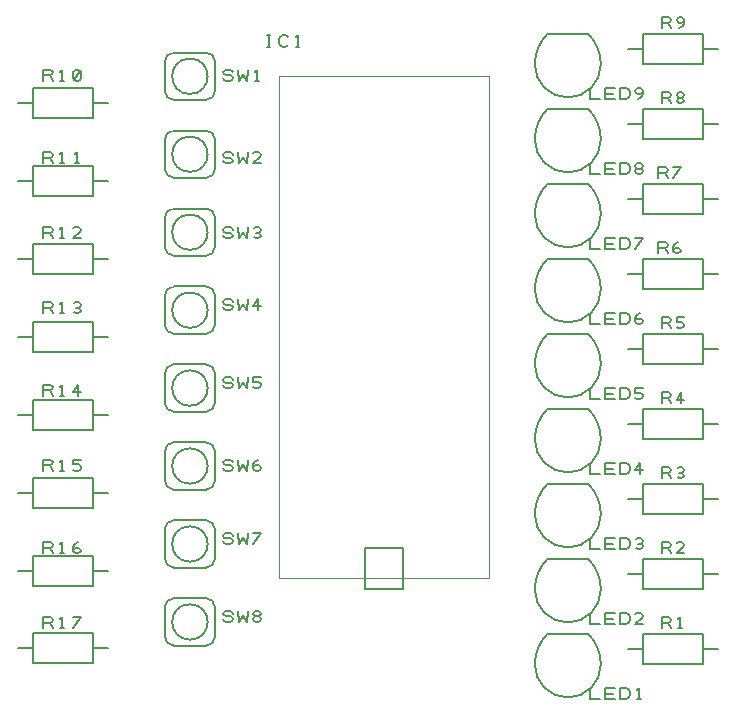
<source format=gbr>
G04 DesignSpark PCB Gerber Version 10.0 Build 5299*
G04 #@! TF.Part,Single*
G04 #@! TF.FileFunction,Legend,Top*
G04 #@! TF.FilePolarity,Positive*
%FSLAX35Y35*%
%MOIN*%
%ADD71C,0.00394*%
%ADD20C,0.00500*%
G04 #@! TD.AperFunction*
X0Y0D02*
D02*
D71*
X97962Y197450D02*
Y211200D01*
X167962D01*
Y43700D01*
X97962D01*
Y57450D01*
Y197450D02*
Y57450D01*
D02*
D20*
X11112Y20285D02*
X16112D01*
X11112Y46269D02*
X16112D01*
X11112Y72254D02*
X16112D01*
X11112Y98021D02*
X16112D01*
X11112Y124222D02*
X16112D01*
X11112Y150206D02*
X16112D01*
X11112Y176191D02*
X16112D01*
X11112Y202175D02*
X16112D01*
Y15285D02*
Y25285D01*
X36112D01*
Y15285D01*
X16112D01*
Y41269D02*
Y51269D01*
X36112D01*
Y41269D01*
X16112D01*
Y67254D02*
Y77254D01*
X36112D01*
Y67254D01*
X16112D01*
Y93021D02*
Y103021D01*
X36112D01*
Y93021D01*
X16112D01*
Y119222D02*
Y129222D01*
X36112D01*
Y119222D01*
X16112D01*
Y145206D02*
Y155206D01*
X36112D01*
Y145206D01*
X16112D01*
Y171191D02*
Y181191D01*
X36112D01*
Y171191D01*
X16112D01*
Y197175D02*
Y207175D01*
X36112D01*
Y197175D01*
X16112D01*
X19399Y26970D02*
Y30720D01*
X21587D01*
X22212Y30408D01*
X22524Y29783D01*
X22212Y29158D01*
X21587Y28846D01*
X19399D01*
X21587D02*
X22524Y26970D01*
X25024D02*
X26274D01*
X25649D02*
Y30720D01*
X25024Y30096D01*
X29399Y26970D02*
X31899Y30720D01*
X29399D01*
X19399Y51970D02*
Y55720D01*
X21587D01*
X22212Y55408D01*
X22524Y54783D01*
X22212Y54158D01*
X21587Y53846D01*
X19399D01*
X21587D02*
X22524Y51970D01*
X25024D02*
X26274D01*
X25649D02*
Y55720D01*
X25024Y55096D01*
X29399Y52908D02*
X29712Y53533D01*
X30337Y53846D01*
X30962D01*
X31587Y53533D01*
X31899Y52908D01*
X31587Y52283D01*
X30962Y51970D01*
X30337D01*
X29712Y52283D01*
X29399Y52908D01*
Y53846D01*
X29712Y54783D01*
X30337Y55408D01*
X30962Y55720D01*
X19399Y79470D02*
Y83220D01*
X21587D01*
X22212Y82908D01*
X22524Y82283D01*
X22212Y81658D01*
X21587Y81346D01*
X19399D01*
X21587D02*
X22524Y79470D01*
X25024D02*
X26274D01*
X25649D02*
Y83220D01*
X25024Y82596D01*
X29399Y79783D02*
X30024Y79470D01*
X30962D01*
X31587Y79783D01*
X31899Y80408D01*
Y80720D01*
X31587Y81346D01*
X30962Y81658D01*
X29399D01*
Y83220D01*
X31899D01*
X19399Y104470D02*
Y108220D01*
X21587D01*
X22212Y107908D01*
X22524Y107283D01*
X22212Y106658D01*
X21587Y106346D01*
X19399D01*
X21587D02*
X22524Y104470D01*
X25024D02*
X26274D01*
X25649D02*
Y108220D01*
X25024Y107596D01*
X30962Y104470D02*
Y108220D01*
X29399Y105720D01*
X31899D01*
X19399Y131970D02*
Y135720D01*
X21587D01*
X22212Y135408D01*
X22524Y134783D01*
X22212Y134158D01*
X21587Y133846D01*
X19399D01*
X21587D02*
X22524Y131970D01*
X25024D02*
X26274D01*
X25649D02*
Y135720D01*
X25024Y135096D01*
X29712Y132283D02*
X30337Y131970D01*
X30962D01*
X31587Y132283D01*
X31899Y132908D01*
X31587Y133533D01*
X30962Y133846D01*
X30337D01*
X30962D02*
X31587Y134158D01*
X31899Y134783D01*
X31587Y135408D01*
X30962Y135720D01*
X30337D01*
X29712Y135408D01*
X19399Y156970D02*
Y160720D01*
X21587D01*
X22212Y160408D01*
X22524Y159783D01*
X22212Y159158D01*
X21587Y158846D01*
X19399D01*
X21587D02*
X22524Y156970D01*
X25024D02*
X26274D01*
X25649D02*
Y160720D01*
X25024Y160096D01*
X31899Y156970D02*
X29399D01*
X31587Y159158D01*
X31899Y159783D01*
X31587Y160408D01*
X30962Y160720D01*
X30024D01*
X29399Y160408D01*
X19399Y181970D02*
Y185720D01*
X21587D01*
X22212Y185408D01*
X22524Y184783D01*
X22212Y184158D01*
X21587Y183846D01*
X19399D01*
X21587D02*
X22524Y181970D01*
X25024D02*
X26274D01*
X25649D02*
Y185720D01*
X25024Y185096D01*
X30024Y181970D02*
X31274D01*
X30649D02*
Y185720D01*
X30024Y185096D01*
X19399Y209470D02*
Y213220D01*
X21587D01*
X22212Y212908D01*
X22524Y212283D01*
X22212Y211658D01*
X21587Y211346D01*
X19399D01*
X21587D02*
X22524Y209470D01*
X25024D02*
X26274D01*
X25649D02*
Y213220D01*
X25024Y212596D01*
X29712Y209783D02*
X30337Y209470D01*
X30962D01*
X31587Y209783D01*
X31899Y210408D01*
Y212283D01*
X31587Y212908D01*
X30962Y213220D01*
X30337D01*
X29712Y212908D01*
X29399Y212283D01*
Y210408D01*
X29712Y209783D01*
X31587Y212908D01*
X36112Y20285D02*
X41112D01*
X36112Y46269D02*
X41112D01*
X36112Y72254D02*
X41112D01*
X36112Y98021D02*
X41112D01*
X36112Y124222D02*
X41112D01*
X36112Y150206D02*
X41112D01*
X36112Y176191D02*
X41112D01*
X36112Y202175D02*
X41112D01*
X62903Y21269D02*
X73730D01*
G75*
G03*
X76683Y24222I0J2953D01*
G01*
Y34065D01*
G75*
G03*
X73730Y37017I-2953J0D01*
G01*
X62903D01*
G75*
G03*
X59950Y34065I0J-2953D01*
G01*
Y24222D01*
G75*
G03*
X62903Y21269I2953J0D01*
G01*
Y47254D02*
X73730D01*
G75*
G03*
X76683Y50206I0J2953D01*
G01*
Y60049D01*
G75*
G03*
X73730Y63002I-2953J0D01*
G01*
X62903D01*
G75*
G03*
X59950Y60049I0J-2953D01*
G01*
Y50206D01*
G75*
G03*
X62903Y47254I2953J0D01*
G01*
Y73238D02*
X73730D01*
G75*
G03*
X76683Y76191I0J2953D01*
G01*
Y86033D01*
G75*
G03*
X73730Y88986I-2953J0D01*
G01*
X62903D01*
G75*
G03*
X59950Y86033I0J-2953D01*
G01*
Y76191D01*
G75*
G03*
X62903Y73238I2953J0D01*
G01*
Y99222D02*
X73730D01*
G75*
G03*
X76683Y102175I0J2953D01*
G01*
Y112017D01*
G75*
G03*
X73730Y114970I-2953J0D01*
G01*
X62903D01*
G75*
G03*
X59950Y112017I0J-2953D01*
G01*
Y102175D01*
G75*
G03*
X62903Y99222I2953J0D01*
G01*
Y125206D02*
X73730D01*
G75*
G03*
X76683Y128159I0J2953D01*
G01*
Y138002D01*
G75*
G03*
X73730Y140954I-2953J0D01*
G01*
X62903D01*
G75*
G03*
X59950Y138002I0J-2953D01*
G01*
Y128159D01*
G75*
G03*
X62903Y125206I2953J0D01*
G01*
Y151191D02*
X73730D01*
G75*
G03*
X76683Y154143I0J2953D01*
G01*
Y163986D01*
G75*
G03*
X73730Y166939I-2953J0D01*
G01*
X62903D01*
G75*
G03*
X59950Y163986I0J-2953D01*
G01*
Y154143D01*
G75*
G03*
X62903Y151191I2953J0D01*
G01*
Y177175D02*
X73730D01*
G75*
G03*
X76683Y180128I0J2953D01*
G01*
Y189970D01*
G75*
G03*
X73730Y192923I-2953J0D01*
G01*
X62903D01*
G75*
G03*
X59950Y189970I0J-2953D01*
G01*
Y180128D01*
G75*
G03*
X62903Y177175I2953J0D01*
G01*
Y203159D02*
X73730D01*
G75*
G03*
X76683Y206112I0J2953D01*
G01*
Y215954D01*
G75*
G03*
X73730Y218907I-2953J0D01*
G01*
X62903D01*
G75*
G03*
X59950Y215954I0J-2953D01*
G01*
Y206112D01*
G75*
G03*
X62903Y203159I2953J0D01*
G01*
X68317Y35029D02*
G75*
G03*
Y23218I0J-5906D01*
G01*
G75*
G03*
Y35029I0J5906D01*
G01*
Y61013D02*
G75*
G03*
Y49202I0J-5906D01*
G01*
G75*
G03*
Y61013I0J5906D01*
G01*
Y86998D02*
G75*
G03*
Y75187I0J-5906D01*
G01*
G75*
G03*
Y86998I0J5906D01*
G01*
Y112982D02*
G75*
G03*
Y101171I0J-5906D01*
G01*
G75*
G03*
Y112982I0J5906D01*
G01*
Y138966D02*
G75*
G03*
Y127155I0J-5906D01*
G01*
G75*
G03*
Y138966I0J5906D01*
G01*
Y164950D02*
G75*
G03*
Y153139I0J-5906D01*
G01*
G75*
G03*
Y164950I0J5906D01*
G01*
Y190935D02*
G75*
G03*
Y179124I0J-5906D01*
G01*
G75*
G03*
Y190935I0J5906D01*
G01*
Y216919D02*
G75*
G03*
Y205108I0J-5906D01*
G01*
G75*
G03*
Y216919I0J5906D01*
G01*
X79399Y30034D02*
X79712Y29409D01*
X80337Y29096D01*
X81587D01*
X82212Y29409D01*
X82524Y30034D01*
X82212Y30659D01*
X81587Y30972D01*
X80337D01*
X79712Y31284D01*
X79399Y31909D01*
X79712Y32534D01*
X80337Y32846D01*
X81587D01*
X82212Y32534D01*
X82524Y31909D01*
X84399Y32846D02*
X84712Y29096D01*
X85962Y30972D01*
X87212Y29096D01*
X87524Y32846D01*
X90337Y30972D02*
X90962D01*
X91587Y31284D01*
X91899Y31909D01*
X91587Y32534D01*
X90962Y32846D01*
X90337D01*
X89712Y32534D01*
X89399Y31909D01*
X89712Y31284D01*
X90337Y30972D01*
X89712Y30659D01*
X89399Y30034D01*
X89712Y29409D01*
X90337Y29096D01*
X90962D01*
X91587Y29409D01*
X91899Y30034D01*
X91587Y30659D01*
X90962Y30972D01*
X79399Y56019D02*
X79712Y55393D01*
X80337Y55081D01*
X81587D01*
X82212Y55393D01*
X82524Y56019D01*
X82212Y56643D01*
X81587Y56956D01*
X80337D01*
X79712Y57269D01*
X79399Y57893D01*
X79712Y58519D01*
X80337Y58831D01*
X81587D01*
X82212Y58519D01*
X82524Y57893D01*
X84399Y58831D02*
X84712Y55081D01*
X85962Y56956D01*
X87212Y55081D01*
X87524Y58831D01*
X89399Y55081D02*
X91899Y58831D01*
X89399D01*
X79399Y80408D02*
X79712Y79783D01*
X80337Y79470D01*
X81587D01*
X82212Y79783D01*
X82524Y80408D01*
X82212Y81033D01*
X81587Y81346D01*
X80337D01*
X79712Y81658D01*
X79399Y82283D01*
X79712Y82908D01*
X80337Y83220D01*
X81587D01*
X82212Y82908D01*
X82524Y82283D01*
X84399Y83220D02*
X84712Y79470D01*
X85962Y81346D01*
X87212Y79470D01*
X87524Y83220D01*
X89399Y80408D02*
X89712Y81033D01*
X90337Y81346D01*
X90962D01*
X91587Y81033D01*
X91899Y80408D01*
X91587Y79783D01*
X90962Y79470D01*
X90337D01*
X89712Y79783D01*
X89399Y80408D01*
Y81346D01*
X89712Y82283D01*
X90337Y82908D01*
X90962Y83220D01*
X79399Y107987D02*
X79712Y107362D01*
X80337Y107049D01*
X81587D01*
X82212Y107362D01*
X82524Y107987D01*
X82212Y108612D01*
X81587Y108924D01*
X80337D01*
X79712Y109237D01*
X79399Y109862D01*
X79712Y110487D01*
X80337Y110799D01*
X81587D01*
X82212Y110487D01*
X82524Y109862D01*
X84399Y110799D02*
X84712Y107049D01*
X85962Y108924D01*
X87212Y107049D01*
X87524Y110799D01*
X89399Y107362D02*
X90024Y107049D01*
X90962D01*
X91587Y107362D01*
X91899Y107987D01*
Y108299D01*
X91587Y108924D01*
X90962Y109237D01*
X89399D01*
Y110799D01*
X91899D01*
X79399Y133971D02*
X79712Y133346D01*
X80337Y133033D01*
X81587D01*
X82212Y133346D01*
X82524Y133971D01*
X82212Y134596D01*
X81587Y134909D01*
X80337D01*
X79712Y135221D01*
X79399Y135846D01*
X79712Y136471D01*
X80337Y136783D01*
X81587D01*
X82212Y136471D01*
X82524Y135846D01*
X84399Y136783D02*
X84712Y133033D01*
X85962Y134909D01*
X87212Y133033D01*
X87524Y136783D01*
X90962Y133033D02*
Y136783D01*
X89399Y134283D01*
X91899D01*
X79399Y157908D02*
X79712Y157283D01*
X80337Y156970D01*
X81587D01*
X82212Y157283D01*
X82524Y157908D01*
X82212Y158533D01*
X81587Y158846D01*
X80337D01*
X79712Y159158D01*
X79399Y159783D01*
X79712Y160408D01*
X80337Y160720D01*
X81587D01*
X82212Y160408D01*
X82524Y159783D01*
X84399Y160720D02*
X84712Y156970D01*
X85962Y158846D01*
X87212Y156970D01*
X87524Y160720D01*
X89712Y157283D02*
X90337Y156970D01*
X90962D01*
X91587Y157283D01*
X91899Y157908D01*
X91587Y158533D01*
X90962Y158846D01*
X90337D01*
X90962D02*
X91587Y159158D01*
X91899Y159783D01*
X91587Y160408D01*
X90962Y160720D01*
X90337D01*
X89712Y160408D01*
X79399Y182908D02*
X79712Y182283D01*
X80337Y181970D01*
X81587D01*
X82212Y182283D01*
X82524Y182908D01*
X82212Y183533D01*
X81587Y183846D01*
X80337D01*
X79712Y184158D01*
X79399Y184783D01*
X79712Y185408D01*
X80337Y185720D01*
X81587D01*
X82212Y185408D01*
X82524Y184783D01*
X84399Y185720D02*
X84712Y181970D01*
X85962Y183846D01*
X87212Y181970D01*
X87524Y185720D01*
X91899Y181970D02*
X89399D01*
X91587Y184158D01*
X91899Y184783D01*
X91587Y185408D01*
X90962Y185720D01*
X90024D01*
X89399Y185408D01*
X79399Y210408D02*
X79712Y209783D01*
X80337Y209470D01*
X81587D01*
X82212Y209783D01*
X82524Y210408D01*
X82212Y211033D01*
X81587Y211346D01*
X80337D01*
X79712Y211658D01*
X79399Y212283D01*
X79712Y212908D01*
X80337Y213220D01*
X81587D01*
X82212Y212908D01*
X82524Y212283D01*
X84399Y213220D02*
X84712Y209470D01*
X85962Y211346D01*
X87212Y209470D01*
X87524Y213220D01*
X90024Y209470D02*
X91274D01*
X90649D02*
Y213220D01*
X90024Y212596D01*
X93900Y220888D02*
X95150D01*
X94525D02*
Y224638D01*
X93900D02*
X95150D01*
X101087Y221513D02*
X100775Y221200D01*
X100150Y220888D01*
X99212D01*
X98587Y221200D01*
X98275Y221513D01*
X97962Y222138D01*
Y223388D01*
X98275Y224013D01*
X98587Y224326D01*
X99212Y224638D01*
X100150D01*
X100775Y224326D01*
X101087Y224013D01*
X103587Y220888D02*
X104837D01*
X104212D02*
Y224638D01*
X103587Y224013D01*
X126712Y53700D02*
Y39950D01*
X139212D01*
Y53700D01*
X126712D01*
X183301Y14950D02*
G75*
G03*
X194301Y3950I11000J0D01*
G01*
G75*
G03*
X205301Y14950I0J11000D01*
G01*
G75*
G03*
X201001Y25250I-14583J-41D01*
G01*
X187601D01*
G75*
G03*
X183301Y14950I10283J-10341D01*
G01*
Y39950D02*
G75*
G03*
X194301Y28950I11000J0D01*
G01*
G75*
G03*
X205301Y39950I0J11000D01*
G01*
G75*
G03*
X201001Y50250I-14583J-41D01*
G01*
X187601D01*
G75*
G03*
X183301Y39950I10283J-10341D01*
G01*
Y64950D02*
G75*
G03*
X194301Y53950I11000J0D01*
G01*
G75*
G03*
X205301Y64950I0J11000D01*
G01*
G75*
G03*
X201001Y75250I-14583J-41D01*
G01*
X187601D01*
G75*
G03*
X183301Y64950I10283J-10341D01*
G01*
Y89950D02*
G75*
G03*
X194301Y78950I11000J0D01*
G01*
G75*
G03*
X205301Y89950I0J11000D01*
G01*
G75*
G03*
X201001Y100250I-14583J-41D01*
G01*
X187601D01*
G75*
G03*
X183301Y89950I10283J-10341D01*
G01*
Y114950D02*
G75*
G03*
X194301Y103950I11000J0D01*
G01*
G75*
G03*
X205301Y114950I0J11000D01*
G01*
G75*
G03*
X201001Y125250I-14583J-41D01*
G01*
X187601D01*
G75*
G03*
X183301Y114950I10283J-10341D01*
G01*
Y139950D02*
G75*
G03*
X194301Y128950I11000J0D01*
G01*
G75*
G03*
X205301Y139950I0J11000D01*
G01*
G75*
G03*
X201001Y150250I-14583J-41D01*
G01*
X187601D01*
G75*
G03*
X183301Y139950I10283J-10341D01*
G01*
Y164950D02*
G75*
G03*
X194301Y153950I11000J0D01*
G01*
G75*
G03*
X205301Y164950I0J11000D01*
G01*
G75*
G03*
X201001Y175250I-14583J-41D01*
G01*
X187601D01*
G75*
G03*
X183301Y164950I10283J-10341D01*
G01*
Y189950D02*
G75*
G03*
X194301Y178950I11000J0D01*
G01*
G75*
G03*
X205301Y189950I0J11000D01*
G01*
G75*
G03*
X201001Y200250I-14583J-41D01*
G01*
X187601D01*
G75*
G03*
X183301Y189950I10283J-10341D01*
G01*
Y214950D02*
G75*
G03*
X194301Y203950I11000J0D01*
G01*
G75*
G03*
X205301Y214950I0J11000D01*
G01*
G75*
G03*
X201001Y225250I-14583J-41D01*
G01*
X187601D01*
G75*
G03*
X183301Y214950I10283J-10341D01*
G01*
X201801Y7138D02*
Y3388D01*
X204926D01*
X206801D02*
Y7138D01*
X209926D01*
X209301Y5263D02*
X206801D01*
Y3388D02*
X209926D01*
X211801D02*
Y7138D01*
X213676D01*
X214301Y6826D01*
X214613Y6513D01*
X214926Y5888D01*
Y4638D01*
X214613Y4013D01*
X214301Y3700D01*
X213676Y3388D01*
X211801D01*
X217426D02*
X218676D01*
X218051D02*
Y7138D01*
X217426Y6513D01*
X201801Y32138D02*
Y28388D01*
X204926D01*
X206801D02*
Y32138D01*
X209926D01*
X209301Y30263D02*
X206801D01*
Y28388D02*
X209926D01*
X211801D02*
Y32138D01*
X213676D01*
X214301Y31826D01*
X214613Y31513D01*
X214926Y30888D01*
Y29638D01*
X214613Y29013D01*
X214301Y28700D01*
X213676Y28388D01*
X211801D01*
X219301D02*
X216801D01*
X218988Y30576D01*
X219301Y31200D01*
X218988Y31826D01*
X218363Y32138D01*
X217426D01*
X216801Y31826D01*
X201801Y57138D02*
Y53388D01*
X204926D01*
X206801D02*
Y57138D01*
X209926D01*
X209301Y55263D02*
X206801D01*
Y53388D02*
X209926D01*
X211801D02*
Y57138D01*
X213676D01*
X214301Y56826D01*
X214613Y56513D01*
X214926Y55888D01*
Y54638D01*
X214613Y54013D01*
X214301Y53700D01*
X213676Y53388D01*
X211801D01*
X217113Y53700D02*
X217738Y53388D01*
X218363D01*
X218988Y53700D01*
X219301Y54326D01*
X218988Y54950D01*
X218363Y55263D01*
X217738D01*
X218363D02*
X218988Y55576D01*
X219301Y56200D01*
X218988Y56826D01*
X218363Y57138D01*
X217738D01*
X217113Y56826D01*
X201801Y82138D02*
Y78388D01*
X204926D01*
X206801D02*
Y82138D01*
X209926D01*
X209301Y80263D02*
X206801D01*
Y78388D02*
X209926D01*
X211801D02*
Y82138D01*
X213676D01*
X214301Y81826D01*
X214613Y81513D01*
X214926Y80888D01*
Y79638D01*
X214613Y79013D01*
X214301Y78700D01*
X213676Y78388D01*
X211801D01*
X218363D02*
Y82138D01*
X216801Y79638D01*
X219301D01*
X201801Y107138D02*
Y103388D01*
X204926D01*
X206801D02*
Y107138D01*
X209926D01*
X209301Y105263D02*
X206801D01*
Y103388D02*
X209926D01*
X211801D02*
Y107138D01*
X213676D01*
X214301Y106826D01*
X214613Y106513D01*
X214926Y105888D01*
Y104638D01*
X214613Y104013D01*
X214301Y103700D01*
X213676Y103388D01*
X211801D01*
X216801Y103700D02*
X217426Y103388D01*
X218363D01*
X218988Y103700D01*
X219301Y104326D01*
Y104638D01*
X218988Y105263D01*
X218363Y105576D01*
X216801D01*
Y107138D01*
X219301D01*
X201801Y132138D02*
Y128388D01*
X204926D01*
X206801D02*
Y132138D01*
X209926D01*
X209301Y130263D02*
X206801D01*
Y128388D02*
X209926D01*
X211801D02*
Y132138D01*
X213676D01*
X214301Y131826D01*
X214613Y131513D01*
X214926Y130888D01*
Y129638D01*
X214613Y129013D01*
X214301Y128700D01*
X213676Y128388D01*
X211801D01*
X216801Y129326D02*
X217113Y129950D01*
X217738Y130263D01*
X218363D01*
X218988Y129950D01*
X219301Y129326D01*
X218988Y128700D01*
X218363Y128388D01*
X217738D01*
X217113Y128700D01*
X216801Y129326D01*
Y130263D01*
X217113Y131200D01*
X217738Y131826D01*
X218363Y132138D01*
X201801Y157138D02*
Y153388D01*
X204926D01*
X206801D02*
Y157138D01*
X209926D01*
X209301Y155263D02*
X206801D01*
Y153388D02*
X209926D01*
X211801D02*
Y157138D01*
X213676D01*
X214301Y156826D01*
X214613Y156513D01*
X214926Y155888D01*
Y154638D01*
X214613Y154013D01*
X214301Y153700D01*
X213676Y153388D01*
X211801D01*
X216801D02*
X219301Y157138D01*
X216801D01*
X201801Y182138D02*
Y178388D01*
X204926D01*
X206801D02*
Y182138D01*
X209926D01*
X209301Y180263D02*
X206801D01*
Y178388D02*
X209926D01*
X211801D02*
Y182138D01*
X213676D01*
X214301Y181826D01*
X214613Y181513D01*
X214926Y180888D01*
Y179638D01*
X214613Y179013D01*
X214301Y178700D01*
X213676Y178388D01*
X211801D01*
X217738Y180263D02*
X218363D01*
X218988Y180576D01*
X219301Y181200D01*
X218988Y181826D01*
X218363Y182138D01*
X217738D01*
X217113Y181826D01*
X216801Y181200D01*
X217113Y180576D01*
X217738Y180263D01*
X217113Y179950D01*
X216801Y179326D01*
X217113Y178700D01*
X217738Y178388D01*
X218363D01*
X218988Y178700D01*
X219301Y179326D01*
X218988Y179950D01*
X218363Y180263D01*
X201801Y207138D02*
Y203388D01*
X204926D01*
X206801D02*
Y207138D01*
X209926D01*
X209301Y205263D02*
X206801D01*
Y203388D02*
X209926D01*
X211801D02*
Y207138D01*
X213676D01*
X214301Y206826D01*
X214613Y206513D01*
X214926Y205888D01*
Y204638D01*
X214613Y204013D01*
X214301Y203700D01*
X213676Y203388D01*
X211801D01*
X217738D02*
X218363Y203700D01*
X218988Y204326D01*
X219301Y205263D01*
Y206200D01*
X218988Y206826D01*
X218363Y207138D01*
X217738D01*
X217113Y206826D01*
X216801Y206200D01*
X217113Y205576D01*
X217738Y205263D01*
X218363D01*
X218988Y205576D01*
X219301Y206200D01*
X214301Y19950D02*
X219301D01*
X214301Y44950D02*
X219301D01*
X214301Y69950D02*
X219301D01*
X214301Y94950D02*
X219301D01*
X214301Y119950D02*
X219301D01*
X214301Y144950D02*
X219301D01*
X214301Y169950D02*
X219301D01*
X214301Y194950D02*
X219301D01*
X214301Y219950D02*
X219301D01*
Y14950D02*
Y24950D01*
X239301D01*
Y14950D01*
X219301D01*
Y39950D02*
Y49950D01*
X239301D01*
Y39950D01*
X219301D01*
Y64950D02*
Y74950D01*
X239301D01*
Y64950D01*
X219301D01*
Y89950D02*
Y99950D01*
X239301D01*
Y89950D01*
X219301D01*
Y114950D02*
Y124950D01*
X239301D01*
Y114950D01*
X219301D01*
Y139950D02*
Y149950D01*
X239301D01*
Y139950D01*
X219301D01*
Y164950D02*
Y174950D01*
X239301D01*
Y164950D01*
X219301D01*
Y189950D02*
Y199950D01*
X239301D01*
Y189950D01*
X219301D01*
Y214950D02*
Y224950D01*
X239301D01*
Y214950D01*
X219301D01*
X224399Y151970D02*
Y155720D01*
X226587D01*
X227212Y155408D01*
X227524Y154783D01*
X227212Y154158D01*
X226587Y153846D01*
X224399D01*
X226587D02*
X227524Y151970D01*
X229399Y152908D02*
X229712Y153533D01*
X230337Y153846D01*
X230962D01*
X231587Y153533D01*
X231899Y152908D01*
X231587Y152283D01*
X230962Y151970D01*
X230337D01*
X229712Y152283D01*
X229399Y152908D01*
Y153846D01*
X229712Y154783D01*
X230337Y155408D01*
X230962Y155720D01*
X224399Y176970D02*
Y180720D01*
X226587D01*
X227212Y180408D01*
X227524Y179783D01*
X227212Y179158D01*
X226587Y178846D01*
X224399D01*
X226587D02*
X227524Y176970D01*
X229399D02*
X231899Y180720D01*
X229399D01*
X225551Y26970D02*
Y30720D01*
X227738D01*
X228363Y30408D01*
X228676Y29783D01*
X228363Y29158D01*
X227738Y28846D01*
X225551D01*
X227738D02*
X228676Y26970D01*
X231176D02*
X232426D01*
X231801D02*
Y30720D01*
X231176Y30096D01*
X225551Y51970D02*
Y55720D01*
X227738D01*
X228363Y55408D01*
X228676Y54783D01*
X228363Y54158D01*
X227738Y53846D01*
X225551D01*
X227738D02*
X228676Y51970D01*
X233051D02*
X230551D01*
X232738Y54158D01*
X233051Y54783D01*
X232738Y55408D01*
X232113Y55720D01*
X231176D01*
X230551Y55408D01*
X225551Y76970D02*
Y80720D01*
X227738D01*
X228363Y80408D01*
X228676Y79783D01*
X228363Y79158D01*
X227738Y78846D01*
X225551D01*
X227738D02*
X228676Y76970D01*
X230863Y77283D02*
X231488Y76970D01*
X232113D01*
X232738Y77283D01*
X233051Y77908D01*
X232738Y78533D01*
X232113Y78846D01*
X231488D01*
X232113D02*
X232738Y79158D01*
X233051Y79783D01*
X232738Y80408D01*
X232113Y80720D01*
X231488D01*
X230863Y80408D01*
X225551Y101970D02*
Y105720D01*
X227738D01*
X228363Y105408D01*
X228676Y104783D01*
X228363Y104158D01*
X227738Y103846D01*
X225551D01*
X227738D02*
X228676Y101970D01*
X232113D02*
Y105720D01*
X230551Y103220D01*
X233051D01*
X225551Y126970D02*
Y130720D01*
X227738D01*
X228363Y130408D01*
X228676Y129783D01*
X228363Y129158D01*
X227738Y128846D01*
X225551D01*
X227738D02*
X228676Y126970D01*
X230551Y127283D02*
X231176Y126970D01*
X232113D01*
X232738Y127283D01*
X233051Y127908D01*
Y128220D01*
X232738Y128846D01*
X232113Y129158D01*
X230551D01*
Y130720D01*
X233051D01*
X225551Y201970D02*
Y205720D01*
X227738D01*
X228363Y205408D01*
X228676Y204783D01*
X228363Y204158D01*
X227738Y203846D01*
X225551D01*
X227738D02*
X228676Y201970D01*
X231488Y203846D02*
X232113D01*
X232738Y204158D01*
X233051Y204783D01*
X232738Y205408D01*
X232113Y205720D01*
X231488D01*
X230863Y205408D01*
X230551Y204783D01*
X230863Y204158D01*
X231488Y203846D01*
X230863Y203533D01*
X230551Y202908D01*
X230863Y202283D01*
X231488Y201970D01*
X232113D01*
X232738Y202283D01*
X233051Y202908D01*
X232738Y203533D01*
X232113Y203846D01*
X225551Y226970D02*
Y230720D01*
X227738D01*
X228363Y230408D01*
X228676Y229783D01*
X228363Y229158D01*
X227738Y228846D01*
X225551D01*
X227738D02*
X228676Y226970D01*
X231488D02*
X232113Y227283D01*
X232738Y227908D01*
X233051Y228846D01*
Y229783D01*
X232738Y230408D01*
X232113Y230720D01*
X231488D01*
X230863Y230408D01*
X230551Y229783D01*
X230863Y229158D01*
X231488Y228846D01*
X232113D01*
X232738Y229158D01*
X233051Y229783D01*
X239301Y19950D02*
X244301D01*
X239301Y44950D02*
X244301D01*
X239301Y69950D02*
X244301D01*
X239301Y94950D02*
X244301D01*
X239301Y119950D02*
X244301D01*
X239301Y144950D02*
X244301D01*
X239301Y169950D02*
X244301D01*
X239301Y194950D02*
X244301D01*
X239301Y219950D02*
X244301D01*
X0Y0D02*
M02*

</source>
